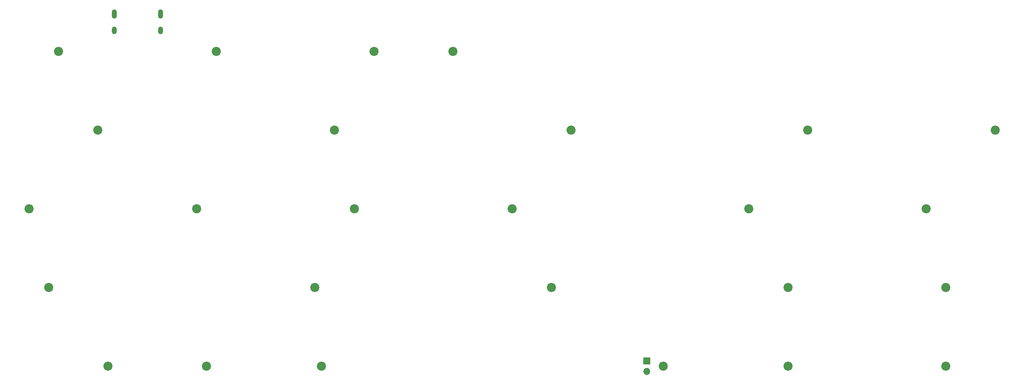
<source format=gbr>
%TF.GenerationSoftware,KiCad,Pcbnew,(7.0.0)*%
%TF.CreationDate,2023-09-28T15:11:26+02:00*%
%TF.ProjectId,the-nicholas-van,7468652d-6e69-4636-986f-6c61732d7661,rev?*%
%TF.SameCoordinates,Original*%
%TF.FileFunction,Soldermask,Top*%
%TF.FilePolarity,Negative*%
%FSLAX46Y46*%
G04 Gerber Fmt 4.6, Leading zero omitted, Abs format (unit mm)*
G04 Created by KiCad (PCBNEW (7.0.0)) date 2023-09-28 15:11:26*
%MOMM*%
%LPD*%
G01*
G04 APERTURE LIST*
%ADD10C,2.200000*%
%ADD11R,1.700000X1.700000*%
%ADD12O,1.700000X1.700000*%
%ADD13O,1.200000X2.250000*%
%ADD14O,1.200000X1.850000*%
G04 APERTURE END LIST*
D10*
%TO.C,H7*%
X161925000Y-77787500D03*
%TD*%
%TO.C,H22*%
X73818750Y-134937500D03*
%TD*%
%TO.C,H26*%
X252412500Y-134937500D03*
%TD*%
%TO.C,H13*%
X147637500Y-96837500D03*
%TD*%
%TO.C,H8*%
X219075000Y-77787500D03*
%TD*%
%TO.C,H19*%
X214312500Y-115887500D03*
%TD*%
%TO.C,H3*%
X114300000Y-58737500D03*
%TD*%
%TO.C,H18*%
X157162500Y-115887500D03*
%TD*%
%TO.C,H16*%
X35718750Y-115887500D03*
%TD*%
%TO.C,H25*%
X214312500Y-134937500D03*
%TD*%
%TO.C,H24*%
X184150000Y-134937500D03*
%TD*%
%TO.C,H1*%
X38100000Y-58737500D03*
%TD*%
%TO.C,H20*%
X252412500Y-115887500D03*
%TD*%
%TO.C,H17*%
X100012500Y-115887500D03*
%TD*%
%TO.C,H9*%
X264318750Y-77787500D03*
%TD*%
%TO.C,H11*%
X71437500Y-96837500D03*
%TD*%
%TO.C,H2*%
X76200000Y-58737500D03*
%TD*%
%TO.C,H10*%
X30956250Y-96837500D03*
%TD*%
%TO.C,H14*%
X204787500Y-96837500D03*
%TD*%
%TO.C,H21*%
X50006250Y-134937500D03*
%TD*%
%TO.C,H5*%
X47625000Y-77787500D03*
%TD*%
%TO.C,H23*%
X101600000Y-134937500D03*
%TD*%
%TO.C,H12*%
X109537500Y-96837500D03*
%TD*%
%TO.C,H15*%
X247650000Y-96837500D03*
%TD*%
%TO.C,H6*%
X104775000Y-77787500D03*
%TD*%
%TO.C,H4*%
X133350000Y-58737500D03*
%TD*%
D11*
%TO.C,SW1*%
X180181249Y-133662499D03*
D12*
X180181249Y-136202499D03*
%TD*%
D13*
%TO.C,J3*%
X51529999Y-49649999D03*
D14*
X51529999Y-53649999D03*
D13*
X62769999Y-49649999D03*
D14*
X62769999Y-53649999D03*
%TD*%
M02*

</source>
